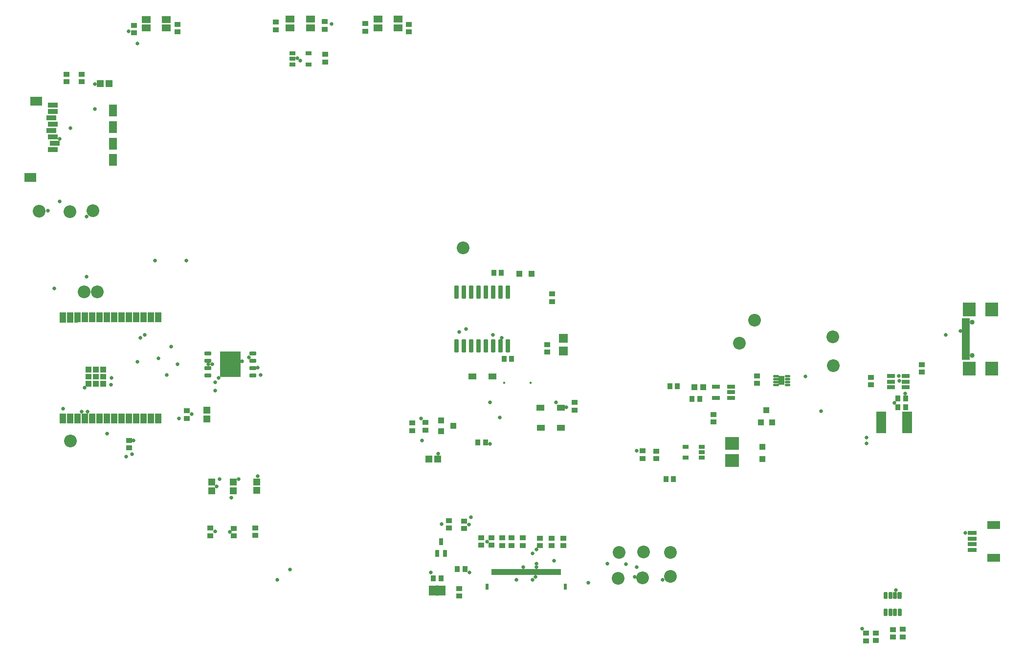
<source format=gbr>
G04 EAGLE Gerber RS-274X export*
G75*
%MOMM*%
%FSLAX34Y34*%
%LPD*%
%INSoldermask Top*%
%IPPOS*%
%AMOC8*
5,1,8,0,0,1.08239X$1,22.5*%
G01*
G04 Define Apertures*
%ADD10R,1.603200X1.253200*%
%ADD11R,1.103200X0.903200*%
%ADD12R,1.603200X1.603200*%
%ADD13R,0.903200X1.103200*%
%ADD14R,2.403200X2.203200*%
%ADD15R,1.003200X1.003200*%
%ADD16R,1.403200X0.803200*%
%ADD17R,1.143200X1.173200*%
%ADD18R,1.103200X1.003200*%
%ADD19R,1.353200X1.003200*%
%ADD20R,1.173200X1.143200*%
%ADD21R,1.003200X1.103200*%
%ADD22R,1.103200X0.803200*%
%ADD23R,0.503200X1.003200*%
%ADD24R,0.603200X1.003200*%
%ADD25R,1.353200X0.503200*%
%ADD26R,2.203200X2.383200*%
%ADD27C,0.853200*%
%ADD28R,2.203200X1.403200*%
%ADD29R,1.553200X0.803200*%
%ADD30R,1.403200X2.003200*%
%ADD31R,2.103200X1.603200*%
%ADD32R,1.703200X0.903200*%
%ADD33R,1.703200X3.803200*%
%ADD34R,0.703200X1.253200*%
%ADD35C,0.330503*%
%ADD36R,0.152400X1.828800*%
%ADD37R,1.371600X1.803400*%
%ADD38C,2.203200*%
%ADD39C,0.315166*%
%ADD40R,3.603200X4.503200*%
%ADD41R,1.403200X0.753200*%
%ADD42R,1.703200X1.103200*%
%ADD43R,1.003200X1.003200*%
%ADD44C,0.349006*%
%ADD45C,0.269722*%
%ADD46R,1.103200X1.503200*%
%ADD47R,0.330200X0.330200*%
%ADD48C,0.655600*%
D10*
X257530Y1266400D03*
X222530Y1266400D03*
X222530Y1251400D03*
X257530Y1251400D03*
D11*
X1468600Y203300D03*
X1468600Y190300D03*
X677400Y1257700D03*
X677400Y1244700D03*
D12*
X944700Y691700D03*
X944700Y713700D03*
D13*
X1167600Y608800D03*
X1180600Y608800D03*
X1135300Y470000D03*
X1122300Y470000D03*
D11*
X1082000Y506100D03*
X1082000Y519100D03*
X1485600Y203500D03*
X1485600Y190500D03*
X1280200Y635700D03*
X1280200Y648700D03*
D14*
X1236400Y502200D03*
X1236400Y532200D03*
D11*
X963800Y589700D03*
X963800Y602700D03*
X1477000Y633200D03*
X1477000Y646200D03*
X531400Y1262500D03*
X531400Y1249500D03*
X1565000Y668700D03*
X1565000Y655700D03*
X276600Y1257700D03*
X276600Y1244700D03*
D13*
X809800Y533400D03*
X796800Y533400D03*
X854900Y678400D03*
X841900Y678400D03*
D11*
X84600Y1171100D03*
X84600Y1158100D03*
D10*
X658580Y1266670D03*
X623580Y1266670D03*
X623580Y1251670D03*
X658580Y1251670D03*
D15*
X1186800Y629500D03*
X1171800Y629500D03*
D11*
X532200Y1205700D03*
X532200Y1192700D03*
D16*
X1537000Y629500D03*
X1537000Y639000D03*
X1537000Y648500D03*
X1512000Y648500D03*
X1512000Y639000D03*
X1512000Y629500D03*
D17*
X414000Y450400D03*
X414000Y465400D03*
X373000Y450200D03*
X373000Y465200D03*
X336000Y450000D03*
X336000Y465000D03*
D18*
X1288900Y505100D03*
X1288900Y526100D03*
D19*
X940200Y594000D03*
X905200Y594000D03*
X905400Y559100D03*
X940400Y559100D03*
X822200Y647900D03*
X787200Y647900D03*
D20*
X711769Y505000D03*
X726769Y505000D03*
D21*
X889400Y825900D03*
X868400Y825900D03*
D20*
X142800Y1155000D03*
X157800Y1155000D03*
D17*
X327000Y589400D03*
X327000Y574400D03*
D11*
X944200Y355000D03*
X944200Y368000D03*
X802800Y355700D03*
X802800Y368700D03*
X773000Y384300D03*
X773000Y397300D03*
X746800Y385100D03*
X746800Y398100D03*
X924200Y355100D03*
X924200Y368100D03*
X903800Y355100D03*
X903800Y368100D03*
X874200Y355200D03*
X874200Y368200D03*
X855200Y355300D03*
X855200Y368300D03*
X839200Y355400D03*
X839200Y368400D03*
X820200Y355500D03*
X820200Y368500D03*
D22*
X475200Y1207500D03*
X475200Y1198000D03*
X475200Y1188500D03*
X503200Y1188500D03*
X503200Y1207500D03*
X1184500Y507300D03*
X1184500Y516800D03*
X1184500Y526300D03*
X1156500Y526300D03*
X1156500Y507300D03*
D23*
X937600Y309200D03*
X932600Y309200D03*
X927600Y309200D03*
X922600Y309200D03*
X917600Y309200D03*
X912600Y309200D03*
X907600Y309200D03*
X902600Y309200D03*
X897600Y309200D03*
X892600Y309200D03*
X887600Y309200D03*
X882600Y309200D03*
X877600Y309200D03*
X872600Y309200D03*
X867600Y309200D03*
X862600Y309200D03*
X857600Y309200D03*
X852600Y309200D03*
X847600Y309200D03*
X842600Y309200D03*
X837600Y309200D03*
X832600Y309200D03*
X827600Y309200D03*
X822600Y309200D03*
D24*
X947600Y284200D03*
X812600Y284200D03*
D25*
X1641420Y679500D03*
X1641420Y687500D03*
X1641420Y700500D03*
X1641420Y710500D03*
X1641420Y715500D03*
X1641420Y725500D03*
X1641420Y738500D03*
X1641420Y746500D03*
X1641420Y743500D03*
X1641420Y735500D03*
X1641420Y730500D03*
X1641420Y720500D03*
X1641420Y705500D03*
X1641420Y695500D03*
X1641420Y690500D03*
X1641420Y682500D03*
D26*
X1686470Y661900D03*
X1686470Y764100D03*
X1647170Y661900D03*
X1647170Y764100D03*
D27*
X1652170Y684100D03*
X1652170Y741900D03*
D28*
X1689281Y334276D03*
X1689281Y390276D03*
D29*
X1652531Y347276D03*
X1652531Y357276D03*
X1652531Y367276D03*
X1652531Y377276D03*
D30*
X164500Y1022800D03*
X164500Y1079800D03*
D31*
X22000Y992800D03*
X32000Y1124300D03*
D32*
X60500Y1040800D03*
X64500Y1051800D03*
X60500Y1062800D03*
X58500Y1073800D03*
X60500Y1084800D03*
X58500Y1095800D03*
X60500Y1106800D03*
X60500Y1117800D03*
D30*
X164500Y1051300D03*
X164500Y1108300D03*
D33*
X1540000Y568400D03*
X1495000Y568400D03*
D21*
X1286800Y568300D03*
X1305800Y568300D03*
X1296300Y589300D03*
D18*
X733300Y572000D03*
X733300Y553000D03*
X754300Y562500D03*
D34*
X726400Y341100D03*
X739400Y341100D03*
X732900Y362100D03*
D11*
X192600Y524100D03*
X192600Y537100D03*
X110600Y1171400D03*
X110600Y1158400D03*
D13*
X1128800Y630800D03*
X1141800Y630800D03*
D11*
X1515000Y196500D03*
X1515000Y209500D03*
D13*
X824300Y827200D03*
X837300Y827200D03*
D11*
X1105700Y518600D03*
X1105700Y505600D03*
D13*
X719700Y298400D03*
X732700Y298400D03*
D11*
X1532000Y197100D03*
X1532000Y210100D03*
X924800Y777900D03*
X924800Y790900D03*
D13*
X1524100Y594600D03*
X1537100Y594600D03*
X1523900Y610000D03*
X1536900Y610000D03*
D11*
X1204400Y569000D03*
X1204400Y582000D03*
X764400Y267400D03*
X764400Y280400D03*
D13*
X761300Y314400D03*
X774300Y314400D03*
D11*
X292400Y588500D03*
X292400Y575500D03*
X411600Y372700D03*
X411600Y385700D03*
X373600Y371900D03*
X373600Y384900D03*
X333600Y372100D03*
X333600Y385100D03*
X682600Y554300D03*
X682600Y567300D03*
D10*
X506720Y1266670D03*
X471720Y1266670D03*
X471720Y1251670D03*
X506720Y1251670D03*
D11*
X201000Y1243000D03*
X201000Y1256000D03*
X916300Y690400D03*
X916300Y703400D03*
X601300Y1246100D03*
X601300Y1259100D03*
X705600Y568100D03*
X705600Y555100D03*
X446800Y1248500D03*
X446800Y1261500D03*
D35*
X1504664Y273124D02*
X1504664Y264236D01*
X1500936Y264236D01*
X1500936Y273124D01*
X1504664Y273124D01*
X1504664Y267376D02*
X1500936Y267376D01*
X1500936Y270516D02*
X1504664Y270516D01*
X1512664Y273124D02*
X1512664Y264236D01*
X1508936Y264236D01*
X1508936Y273124D01*
X1512664Y273124D01*
X1512664Y267376D02*
X1508936Y267376D01*
X1508936Y270516D02*
X1512664Y270516D01*
X1520664Y273124D02*
X1520664Y264236D01*
X1516936Y264236D01*
X1516936Y273124D01*
X1520664Y273124D01*
X1520664Y267376D02*
X1516936Y267376D01*
X1516936Y270516D02*
X1520664Y270516D01*
X1528664Y273124D02*
X1528664Y264236D01*
X1524936Y264236D01*
X1524936Y273124D01*
X1528664Y273124D01*
X1528664Y267376D02*
X1524936Y267376D01*
X1524936Y270516D02*
X1528664Y270516D01*
X1528864Y243964D02*
X1528864Y235076D01*
X1525136Y235076D01*
X1525136Y243964D01*
X1528864Y243964D01*
X1528864Y238216D02*
X1525136Y238216D01*
X1525136Y241356D02*
X1528864Y241356D01*
X1520664Y243964D02*
X1520664Y235076D01*
X1516936Y235076D01*
X1516936Y243964D01*
X1520664Y243964D01*
X1520664Y238216D02*
X1516936Y238216D01*
X1516936Y241356D02*
X1520664Y241356D01*
X1512664Y243964D02*
X1512664Y235076D01*
X1508936Y235076D01*
X1508936Y243964D01*
X1512664Y243964D01*
X1512664Y238216D02*
X1508936Y238216D01*
X1508936Y241356D02*
X1512664Y241356D01*
X1504664Y243964D02*
X1504664Y235076D01*
X1500936Y235076D01*
X1500936Y243964D01*
X1504664Y243964D01*
X1504664Y238216D02*
X1500936Y238216D01*
X1500936Y241356D02*
X1504664Y241356D01*
D36*
X725800Y277200D03*
D37*
X718180Y277200D03*
X733420Y277200D03*
D38*
X115300Y794200D03*
X1129700Y301400D03*
X1041100Y343200D03*
X1082200Y299400D03*
X1039700Y298400D03*
X1249200Y705400D03*
X770700Y870400D03*
X91200Y536400D03*
X1083600Y344200D03*
X137500Y794200D03*
X1411700Y666200D03*
X1275900Y745200D03*
X1411100Y716200D03*
X130300Y935200D03*
X90500Y933200D03*
X36700Y934200D03*
X1129900Y343200D03*
D39*
X333190Y686210D02*
X324910Y686210D01*
X324910Y689490D01*
X333190Y689490D01*
X333190Y686210D01*
X333190Y689204D02*
X324910Y689204D01*
X324910Y673510D02*
X333190Y673510D01*
X324910Y673510D02*
X324910Y676790D01*
X333190Y676790D01*
X333190Y673510D01*
X333190Y676504D02*
X324910Y676504D01*
X324910Y660810D02*
X333190Y660810D01*
X324910Y660810D02*
X324910Y664090D01*
X333190Y664090D01*
X333190Y660810D01*
X333190Y663804D02*
X324910Y663804D01*
X324910Y648110D02*
X333190Y648110D01*
X324910Y648110D02*
X324910Y651390D01*
X333190Y651390D01*
X333190Y648110D01*
X333190Y651104D02*
X324910Y651104D01*
X402810Y648110D02*
X411090Y648110D01*
X402810Y648110D02*
X402810Y651390D01*
X411090Y651390D01*
X411090Y648110D01*
X411090Y651104D02*
X402810Y651104D01*
X402810Y660810D02*
X411090Y660810D01*
X402810Y660810D02*
X402810Y664090D01*
X411090Y664090D01*
X411090Y660810D01*
X411090Y663804D02*
X402810Y663804D01*
X402810Y673510D02*
X411090Y673510D01*
X402810Y673510D02*
X402810Y676790D01*
X411090Y676790D01*
X411090Y673510D01*
X411090Y676504D02*
X402810Y676504D01*
X402810Y686210D02*
X411090Y686210D01*
X402810Y686210D02*
X402810Y689490D01*
X411090Y689490D01*
X411090Y686210D01*
X411090Y689204D02*
X402810Y689204D01*
D40*
X368000Y668800D03*
D41*
X1234801Y611000D03*
X1234801Y620500D03*
X1234801Y630000D03*
X1208799Y630000D03*
X1208799Y611000D03*
D42*
G36*
X83754Y583533D02*
X83783Y566502D01*
X72752Y566483D01*
X72723Y583514D01*
X83754Y583533D01*
G37*
G36*
X96454Y583555D02*
X96483Y566524D01*
X85452Y566505D01*
X85423Y583536D01*
X96454Y583555D01*
G37*
G36*
X109154Y583578D02*
X109183Y566547D01*
X98152Y566528D01*
X98123Y583559D01*
X109154Y583578D01*
G37*
G36*
X121854Y583600D02*
X121883Y566569D01*
X110852Y566550D01*
X110823Y583581D01*
X121854Y583600D01*
G37*
G36*
X134554Y583622D02*
X134583Y566591D01*
X123552Y566572D01*
X123523Y583603D01*
X134554Y583622D01*
G37*
G36*
X147254Y583644D02*
X147283Y566613D01*
X136252Y566594D01*
X136223Y583625D01*
X147254Y583644D01*
G37*
G36*
X159954Y583666D02*
X159983Y566635D01*
X148952Y566616D01*
X148923Y583647D01*
X159954Y583666D01*
G37*
G36*
X172654Y583688D02*
X172683Y566657D01*
X161652Y566638D01*
X161623Y583669D01*
X172654Y583688D01*
G37*
G36*
X185354Y583711D02*
X185383Y566680D01*
X174352Y566661D01*
X174323Y583692D01*
X185354Y583711D01*
G37*
G36*
X198054Y583733D02*
X198083Y566702D01*
X187052Y566683D01*
X187023Y583714D01*
X198054Y583733D01*
G37*
G36*
X210754Y583755D02*
X210783Y566724D01*
X199752Y566705D01*
X199723Y583736D01*
X210754Y583755D01*
G37*
G36*
X223454Y583777D02*
X223483Y566746D01*
X212452Y566727D01*
X212423Y583758D01*
X223454Y583777D01*
G37*
G36*
X236154Y583799D02*
X236183Y566768D01*
X225152Y566749D01*
X225123Y583780D01*
X236154Y583799D01*
G37*
G36*
X248854Y583821D02*
X248883Y566790D01*
X237852Y566771D01*
X237823Y583802D01*
X248854Y583821D01*
G37*
G36*
X248548Y758821D02*
X248577Y741790D01*
X237546Y741771D01*
X237517Y758802D01*
X248548Y758821D01*
G37*
G36*
X235848Y758799D02*
X235877Y741768D01*
X224846Y741749D01*
X224817Y758780D01*
X235848Y758799D01*
G37*
G36*
X223148Y758777D02*
X223177Y741746D01*
X212146Y741727D01*
X212117Y758758D01*
X223148Y758777D01*
G37*
G36*
X210448Y758755D02*
X210477Y741724D01*
X199446Y741705D01*
X199417Y758736D01*
X210448Y758755D01*
G37*
G36*
X197748Y758733D02*
X197777Y741702D01*
X186746Y741683D01*
X186717Y758714D01*
X197748Y758733D01*
G37*
G36*
X185048Y758710D02*
X185077Y741679D01*
X174046Y741660D01*
X174017Y758691D01*
X185048Y758710D01*
G37*
G36*
X172348Y758688D02*
X172377Y741657D01*
X161346Y741638D01*
X161317Y758669D01*
X172348Y758688D01*
G37*
G36*
X159648Y758666D02*
X159677Y741635D01*
X148646Y741616D01*
X148617Y758647D01*
X159648Y758666D01*
G37*
G36*
X146948Y758644D02*
X146977Y741613D01*
X135946Y741594D01*
X135917Y758625D01*
X146948Y758644D01*
G37*
G36*
X134248Y758622D02*
X134277Y741591D01*
X123246Y741572D01*
X123217Y758603D01*
X134248Y758622D01*
G37*
G36*
X121548Y758600D02*
X121577Y741569D01*
X110546Y741550D01*
X110517Y758581D01*
X121548Y758600D01*
G37*
G36*
X108848Y758577D02*
X108877Y741546D01*
X97846Y741527D01*
X97817Y758558D01*
X108848Y758577D01*
G37*
G36*
X96148Y758555D02*
X96177Y741524D01*
X85146Y741505D01*
X85117Y758536D01*
X96148Y758555D01*
G37*
G36*
X83448Y758533D02*
X83477Y741502D01*
X72446Y741483D01*
X72417Y758514D01*
X83448Y758533D01*
G37*
D43*
G36*
X140333Y652582D02*
X140350Y642551D01*
X130319Y642534D01*
X130302Y652565D01*
X140333Y652582D01*
G37*
G36*
X127855Y640060D02*
X127872Y630029D01*
X117841Y630012D01*
X117824Y640043D01*
X127855Y640060D01*
G37*
G36*
X127833Y652560D02*
X127850Y642529D01*
X117819Y642512D01*
X117802Y652543D01*
X127833Y652560D01*
G37*
G36*
X127811Y665060D02*
X127828Y655029D01*
X117797Y655012D01*
X117780Y665043D01*
X127811Y665060D01*
G37*
G36*
X140355Y640082D02*
X140372Y630051D01*
X130341Y630034D01*
X130324Y640065D01*
X140355Y640082D01*
G37*
G36*
X140311Y665082D02*
X140328Y655051D01*
X130297Y655034D01*
X130280Y665065D01*
X140311Y665082D01*
G37*
G36*
X152855Y640104D02*
X152872Y630073D01*
X142841Y630056D01*
X142824Y640087D01*
X152855Y640104D01*
G37*
G36*
X152833Y652604D02*
X152850Y642573D01*
X142819Y642556D01*
X142802Y652587D01*
X152833Y652604D01*
G37*
G36*
X152811Y665104D02*
X152828Y655073D01*
X142797Y655056D01*
X142780Y665087D01*
X152811Y665104D01*
G37*
D44*
X846429Y784429D02*
X846429Y803471D01*
X850871Y803471D01*
X850871Y784429D01*
X846429Y784429D01*
X846429Y787744D02*
X850871Y787744D01*
X850871Y791059D02*
X846429Y791059D01*
X846429Y794374D02*
X850871Y794374D01*
X850871Y797689D02*
X846429Y797689D01*
X846429Y801004D02*
X850871Y801004D01*
X833729Y803471D02*
X833729Y784429D01*
X833729Y803471D02*
X838171Y803471D01*
X838171Y784429D01*
X833729Y784429D01*
X833729Y787744D02*
X838171Y787744D01*
X838171Y791059D02*
X833729Y791059D01*
X833729Y794374D02*
X838171Y794374D01*
X838171Y797689D02*
X833729Y797689D01*
X833729Y801004D02*
X838171Y801004D01*
X821029Y803471D02*
X821029Y784429D01*
X821029Y803471D02*
X825471Y803471D01*
X825471Y784429D01*
X821029Y784429D01*
X821029Y787744D02*
X825471Y787744D01*
X825471Y791059D02*
X821029Y791059D01*
X821029Y794374D02*
X825471Y794374D01*
X825471Y797689D02*
X821029Y797689D01*
X821029Y801004D02*
X825471Y801004D01*
X808329Y803471D02*
X808329Y784429D01*
X808329Y803471D02*
X812771Y803471D01*
X812771Y784429D01*
X808329Y784429D01*
X808329Y787744D02*
X812771Y787744D01*
X812771Y791059D02*
X808329Y791059D01*
X808329Y794374D02*
X812771Y794374D01*
X812771Y797689D02*
X808329Y797689D01*
X808329Y801004D02*
X812771Y801004D01*
X795629Y803471D02*
X795629Y784429D01*
X795629Y803471D02*
X800071Y803471D01*
X800071Y784429D01*
X795629Y784429D01*
X795629Y787744D02*
X800071Y787744D01*
X800071Y791059D02*
X795629Y791059D01*
X795629Y794374D02*
X800071Y794374D01*
X800071Y797689D02*
X795629Y797689D01*
X795629Y801004D02*
X800071Y801004D01*
X782929Y803471D02*
X782929Y784429D01*
X782929Y803471D02*
X787371Y803471D01*
X787371Y784429D01*
X782929Y784429D01*
X782929Y787744D02*
X787371Y787744D01*
X787371Y791059D02*
X782929Y791059D01*
X782929Y794374D02*
X787371Y794374D01*
X787371Y797689D02*
X782929Y797689D01*
X782929Y801004D02*
X787371Y801004D01*
X770229Y803471D02*
X770229Y784429D01*
X770229Y803471D02*
X774671Y803471D01*
X774671Y784429D01*
X770229Y784429D01*
X770229Y787744D02*
X774671Y787744D01*
X774671Y791059D02*
X770229Y791059D01*
X770229Y794374D02*
X774671Y794374D01*
X774671Y797689D02*
X770229Y797689D01*
X770229Y801004D02*
X774671Y801004D01*
X757529Y803471D02*
X757529Y784429D01*
X757529Y803471D02*
X761971Y803471D01*
X761971Y784429D01*
X757529Y784429D01*
X757529Y787744D02*
X761971Y787744D01*
X761971Y791059D02*
X757529Y791059D01*
X757529Y794374D02*
X761971Y794374D01*
X761971Y797689D02*
X757529Y797689D01*
X757529Y801004D02*
X761971Y801004D01*
X757529Y710371D02*
X757529Y691329D01*
X757529Y710371D02*
X761971Y710371D01*
X761971Y691329D01*
X757529Y691329D01*
X757529Y694644D02*
X761971Y694644D01*
X761971Y697959D02*
X757529Y697959D01*
X757529Y701274D02*
X761971Y701274D01*
X761971Y704589D02*
X757529Y704589D01*
X757529Y707904D02*
X761971Y707904D01*
X770229Y710371D02*
X770229Y691329D01*
X770229Y710371D02*
X774671Y710371D01*
X774671Y691329D01*
X770229Y691329D01*
X770229Y694644D02*
X774671Y694644D01*
X774671Y697959D02*
X770229Y697959D01*
X770229Y701274D02*
X774671Y701274D01*
X774671Y704589D02*
X770229Y704589D01*
X770229Y707904D02*
X774671Y707904D01*
X782929Y710371D02*
X782929Y691329D01*
X782929Y710371D02*
X787371Y710371D01*
X787371Y691329D01*
X782929Y691329D01*
X782929Y694644D02*
X787371Y694644D01*
X787371Y697959D02*
X782929Y697959D01*
X782929Y701274D02*
X787371Y701274D01*
X787371Y704589D02*
X782929Y704589D01*
X782929Y707904D02*
X787371Y707904D01*
X795629Y710371D02*
X795629Y691329D01*
X795629Y710371D02*
X800071Y710371D01*
X800071Y691329D01*
X795629Y691329D01*
X795629Y694644D02*
X800071Y694644D01*
X800071Y697959D02*
X795629Y697959D01*
X795629Y701274D02*
X800071Y701274D01*
X800071Y704589D02*
X795629Y704589D01*
X795629Y707904D02*
X800071Y707904D01*
X808329Y710371D02*
X808329Y691329D01*
X808329Y710371D02*
X812771Y710371D01*
X812771Y691329D01*
X808329Y691329D01*
X808329Y694644D02*
X812771Y694644D01*
X812771Y697959D02*
X808329Y697959D01*
X808329Y701274D02*
X812771Y701274D01*
X812771Y704589D02*
X808329Y704589D01*
X808329Y707904D02*
X812771Y707904D01*
X821029Y710371D02*
X821029Y691329D01*
X821029Y710371D02*
X825471Y710371D01*
X825471Y691329D01*
X821029Y691329D01*
X821029Y694644D02*
X825471Y694644D01*
X825471Y697959D02*
X821029Y697959D01*
X821029Y701274D02*
X825471Y701274D01*
X825471Y704589D02*
X821029Y704589D01*
X821029Y707904D02*
X825471Y707904D01*
X833729Y710371D02*
X833729Y691329D01*
X833729Y710371D02*
X838171Y710371D01*
X838171Y691329D01*
X833729Y691329D01*
X833729Y694644D02*
X838171Y694644D01*
X838171Y697959D02*
X833729Y697959D01*
X833729Y701274D02*
X838171Y701274D01*
X838171Y704589D02*
X833729Y704589D01*
X833729Y707904D02*
X838171Y707904D01*
X846429Y710371D02*
X846429Y691329D01*
X846429Y710371D02*
X850871Y710371D01*
X850871Y691329D01*
X846429Y691329D01*
X846429Y694644D02*
X850871Y694644D01*
X850871Y697959D02*
X846429Y697959D01*
X846429Y701274D02*
X850871Y701274D01*
X850871Y704589D02*
X846429Y704589D01*
X846429Y707904D02*
X850871Y707904D01*
D45*
X1309082Y647682D02*
X1316018Y647682D01*
X1309082Y647682D02*
X1309082Y649718D01*
X1316018Y649718D01*
X1316018Y647682D01*
X1316018Y642682D02*
X1309082Y642682D01*
X1309082Y644718D01*
X1316018Y644718D01*
X1316018Y642682D01*
X1316018Y637682D02*
X1309082Y637682D01*
X1309082Y639718D01*
X1316018Y639718D01*
X1316018Y637682D01*
X1316018Y632682D02*
X1309082Y632682D01*
X1309082Y634718D01*
X1316018Y634718D01*
X1316018Y632682D01*
X1328782Y632682D02*
X1335718Y632682D01*
X1328782Y632682D02*
X1328782Y634718D01*
X1335718Y634718D01*
X1335718Y632682D01*
X1335718Y637682D02*
X1328782Y637682D01*
X1328782Y639718D01*
X1335718Y639718D01*
X1335718Y637682D01*
X1335718Y642682D02*
X1328782Y642682D01*
X1328782Y644718D01*
X1335718Y644718D01*
X1335718Y642682D01*
X1335718Y647682D02*
X1328782Y647682D01*
X1328782Y649718D01*
X1335718Y649718D01*
X1335718Y647682D01*
D46*
X1322400Y641200D03*
D47*
X842140Y637000D03*
X887860Y637000D03*
D48*
X1525270Y648970D03*
X775970Y730250D03*
X341630Y623570D03*
X300990Y582930D03*
X1536700Y618490D03*
X764540Y725170D03*
X341630Y637540D03*
X279400Y575310D03*
X78740Y591820D03*
X115570Y628650D03*
X257810Y650240D03*
X347980Y645160D03*
X133350Y1154430D03*
X133350Y1111250D03*
X207010Y1224280D03*
X349250Y469900D03*
X1071880Y519430D03*
X949960Y594360D03*
X1526540Y640080D03*
X1606550Y720090D03*
X1517650Y601980D03*
X1631950Y726440D03*
X543560Y1258570D03*
X483870Y1198880D03*
X191770Y1245870D03*
X388620Y674370D03*
X336550Y669290D03*
X198120Y513080D03*
X200660Y537210D03*
X63500Y800100D03*
X420370Y650240D03*
X382270Y469900D03*
X72390Y1059180D03*
X72390Y951230D03*
X863600Y295910D03*
X449580Y295910D03*
X154940Y548640D03*
X367030Y378460D03*
X875030Y317500D03*
X471170Y313690D03*
X415290Y662940D03*
X415290Y474980D03*
X243840Y679450D03*
X52070Y934720D03*
X341630Y379730D03*
X344170Y457200D03*
X330200Y669290D03*
X119380Y820420D03*
X119380Y924560D03*
X91440Y1078230D03*
X276860Y669290D03*
X891540Y341630D03*
X897890Y347980D03*
X817880Y530860D03*
X932180Y603250D03*
X817880Y603250D03*
X734060Y392430D03*
X784860Y403860D03*
X781050Y391160D03*
X834390Y576580D03*
X812800Y361950D03*
X928370Y328930D03*
X782320Y308610D03*
X897890Y323850D03*
X1021080Y323850D03*
X187960Y509270D03*
X988060Y290830D03*
X897890Y317500D03*
X1071880Y317500D03*
X162560Y645160D03*
X369570Y438150D03*
X715010Y308610D03*
X110490Y586740D03*
X120650Y586740D03*
X207010Y673100D03*
X488950Y1195070D03*
X891540Y295910D03*
X1116330Y295910D03*
X699770Y537210D03*
X727710Y514350D03*
X237490Y848360D03*
X292100Y848360D03*
X265430Y699770D03*
X1461770Y210820D03*
X400050Y680720D03*
X698500Y575310D03*
X1052830Y322580D03*
X219710Y720090D03*
X822960Y720090D03*
X1363980Y647700D03*
X1469390Y542290D03*
X1469390Y532130D03*
X212090Y715010D03*
X838200Y715010D03*
X1390650Y588010D03*
X1520190Y278130D03*
X1640840Y377190D03*
X896620Y300990D03*
X1068070Y300990D03*
X161290Y633730D03*
M02*

</source>
